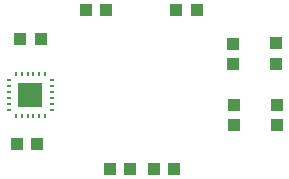
<source format=gtp>
%FSLAX24Y24*%
%MOIN*%
G70*
G01*
G75*
G04 Layer_Color=8421504*
%ADD10R,0.0433X0.0394*%
%ADD11R,0.0394X0.0433*%
%ADD12R,0.0827X0.0827*%
%ADD13O,0.0157X0.0094*%
%ADD14O,0.0094X0.0157*%
%ADD15C,0.0100*%
%ADD16C,0.1969*%
%ADD17C,0.0591*%
%ADD18C,0.0394*%
%ADD19C,0.0240*%
%ADD20R,0.0299X0.2835*%
%ADD21C,0.0098*%
%ADD22C,0.0005*%
%ADD23C,0.0020*%
%ADD24C,0.0060*%
D10*
X5090Y783D02*
D03*
X4421D02*
D03*
X-37Y5096D02*
D03*
X632D02*
D03*
X515Y1589D02*
D03*
X-154D02*
D03*
X5163Y6063D02*
D03*
X5832D02*
D03*
X2812Y6063D02*
D03*
X2142D02*
D03*
X2945Y773D02*
D03*
X3615D02*
D03*
D11*
X7065Y2235D02*
D03*
Y2905D02*
D03*
X8508Y2908D02*
D03*
Y2239D02*
D03*
X7047Y4274D02*
D03*
Y4943D02*
D03*
X8494Y4952D02*
D03*
Y4283D02*
D03*
D12*
X297Y3228D02*
D03*
D13*
X1006Y3130D02*
D03*
Y2933D02*
D03*
Y2736D02*
D03*
Y3327D02*
D03*
Y3524D02*
D03*
Y3720D02*
D03*
X-411D02*
D03*
Y3524D02*
D03*
Y3327D02*
D03*
Y2736D02*
D03*
Y2933D02*
D03*
Y3130D02*
D03*
D14*
X396Y2520D02*
D03*
X593D02*
D03*
X789D02*
D03*
X199D02*
D03*
X2D02*
D03*
X-195D02*
D03*
Y3937D02*
D03*
X2D02*
D03*
X199D02*
D03*
X789D02*
D03*
X593D02*
D03*
X396D02*
D03*
M02*

</source>
